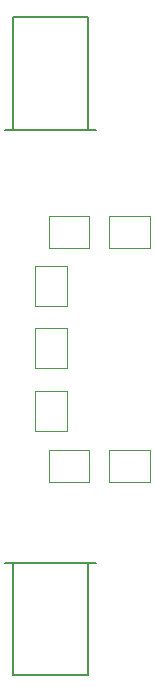
<source format=gbr>
%TF.GenerationSoftware,Altium Limited,Altium Designer,20.0.10 (225)*%
G04 Layer_Color=16711935*
%FSLAX26Y26*%
%MOIN*%
%TF.FileFunction,Other,Top_3D_Body*%
%TF.Part,Single*%
G01*
G75*
%TA.AperFunction,NonConductor*%
%ADD19C,0.007874*%
%ADD22C,0.003937*%
D19*
X3840177Y4820472D02*
X4144508D01*
X3867342D02*
Y5195276D01*
Y4820472D02*
X4117342D01*
Y5195276D01*
X3867342D02*
X4117342D01*
X3840177Y3376378D02*
X4144508D01*
X4117342Y3001575D02*
Y3376378D01*
X3867342D02*
X4117342D01*
X3867342Y3001575D02*
Y3376378D01*
Y3001575D02*
X4117342D01*
D22*
X4188626Y3753150D02*
X4322484D01*
X4188626Y3646850D02*
X4322484D01*
X4188626D02*
Y3753150D01*
X4322484Y3646850D02*
Y3753150D01*
X3986500D02*
X4120358D01*
X3986500Y3646850D02*
X4120358D01*
X3986500D02*
Y3753150D01*
X4120358Y3646850D02*
Y3753150D01*
X4048150Y3816968D02*
Y3950827D01*
X3941850Y3816968D02*
Y3950827D01*
X4048150D01*
X3941850Y3816968D02*
X4048150D01*
Y4025571D02*
Y4159429D01*
X3941850Y4025571D02*
Y4159429D01*
X4048150D01*
X3941850Y4025571D02*
X4048150D01*
Y4233071D02*
Y4366929D01*
X3941850Y4233071D02*
Y4366929D01*
X4048150D01*
X3941850Y4233071D02*
X4048150D01*
X4188626Y4533150D02*
X4322484D01*
X4188626Y4426850D02*
X4322484D01*
X4188626D02*
Y4533150D01*
X4322484Y4426850D02*
Y4533150D01*
X3986500D02*
X4120358D01*
X3986500Y4426850D02*
X4120358D01*
X3986500D02*
Y4533150D01*
X4120358Y4426850D02*
Y4533150D01*
%TF.MD5,a00d0c77486902117dcfb872f42a5625*%
M02*

</source>
